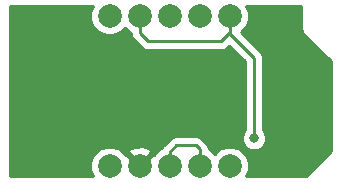
<source format=gbr>
G04 #@! TF.GenerationSoftware,KiCad,Pcbnew,(5.0.0-rc2-dev-444-g2974a2c10)*
G04 #@! TF.CreationDate,2018-10-06T13:39:59-07:00*
G04 #@! TF.ProjectId,2018-08-20 analog Trinket sub,323031382D30382D323020616E616C6F,rev?*
G04 #@! TF.SameCoordinates,Original*
G04 #@! TF.FileFunction,Copper,L2,Bot,Signal*
G04 #@! TF.FilePolarity,Positive*
%FSLAX46Y46*%
G04 Gerber Fmt 4.6, Leading zero omitted, Abs format (unit mm)*
G04 Created by KiCad (PCBNEW (5.0.0-rc2-dev-444-g2974a2c10)) date 10/06/18 13:39:59*
%MOMM*%
%LPD*%
G01*
G04 APERTURE LIST*
%ADD10C,2.000000*%
%ADD11C,0.800000*%
%ADD12C,0.250000*%
%ADD13C,0.254000*%
G04 APERTURE END LIST*
D10*
X223870001Y-56145001D03*
X223870001Y-68845001D03*
X226410001Y-56145001D03*
X226410001Y-68845001D03*
X228950001Y-56145001D03*
X228950001Y-68845001D03*
X231490001Y-56145001D03*
X231490001Y-68845001D03*
X234030001Y-56145001D03*
X234030001Y-68845001D03*
D11*
X234000000Y-59500000D03*
X216000000Y-62500000D03*
X237400000Y-67800000D03*
X227584000Y-62484000D03*
X236100000Y-66500000D03*
D12*
X234030001Y-56145001D02*
X234030001Y-57559214D01*
X231159213Y-67100000D02*
X231490001Y-67430788D01*
X229500002Y-67100000D02*
X231159213Y-67100000D01*
X228950001Y-67650001D02*
X229500002Y-67100000D01*
X228950001Y-68845001D02*
X228950001Y-67650001D01*
X234030001Y-57559214D02*
X234000000Y-57589215D01*
X231490001Y-67430788D02*
X231490001Y-68845001D01*
X236100000Y-59689215D02*
X234000000Y-57589215D01*
X226410001Y-57559214D02*
X226410001Y-56145001D01*
X236100000Y-66500000D02*
X236100000Y-59689215D01*
X227150787Y-58300000D02*
X226410001Y-57559214D01*
X233289215Y-58300000D02*
X227150787Y-58300000D01*
X234000000Y-57589215D02*
X233289215Y-58300000D01*
D13*
G36*
X222235001Y-55819779D02*
X222235001Y-56470223D01*
X222483915Y-57071154D01*
X222943848Y-57531087D01*
X223544779Y-57780001D01*
X224195223Y-57780001D01*
X224796154Y-57531087D01*
X225140001Y-57187240D01*
X225483848Y-57531087D01*
X225642598Y-57596843D01*
X225650001Y-57634061D01*
X225650001Y-57634065D01*
X225694097Y-57855750D01*
X225862072Y-58107143D01*
X225925531Y-58149545D01*
X226560458Y-58784473D01*
X226602858Y-58847929D01*
X226854250Y-59015904D01*
X227075935Y-59060000D01*
X227075939Y-59060000D01*
X227150787Y-59074888D01*
X227225635Y-59060000D01*
X233214368Y-59060000D01*
X233289215Y-59074888D01*
X233364062Y-59060000D01*
X233364067Y-59060000D01*
X233585752Y-59015904D01*
X233837144Y-58847929D01*
X233879546Y-58784470D01*
X234000000Y-58664016D01*
X235340001Y-60004019D01*
X235340000Y-65796289D01*
X235222569Y-65913720D01*
X235065000Y-66294126D01*
X235065000Y-66705874D01*
X235222569Y-67086280D01*
X235513720Y-67377431D01*
X235894126Y-67535000D01*
X236305874Y-67535000D01*
X236686280Y-67377431D01*
X236977431Y-67086280D01*
X237135000Y-66705874D01*
X237135000Y-66294126D01*
X236977431Y-65913720D01*
X236860000Y-65796289D01*
X236860000Y-59764061D01*
X236874888Y-59689214D01*
X236860000Y-59614367D01*
X236860000Y-59614363D01*
X236815904Y-59392678D01*
X236718832Y-59247399D01*
X236690329Y-59204741D01*
X236690327Y-59204739D01*
X236647929Y-59141286D01*
X236584476Y-59098888D01*
X234986414Y-57500827D01*
X235416087Y-57071154D01*
X235665001Y-56470223D01*
X235665001Y-55819779D01*
X235453843Y-55310000D01*
X240090000Y-55310000D01*
X240090001Y-57130071D01*
X240076091Y-57200000D01*
X240131196Y-57477028D01*
X240288120Y-57711881D01*
X240347402Y-57751492D01*
X242590001Y-59994093D01*
X242590000Y-67605908D01*
X240505910Y-69690000D01*
X235449702Y-69690000D01*
X235665001Y-69170223D01*
X235665001Y-68519779D01*
X235416087Y-67918848D01*
X234956154Y-67458915D01*
X234355223Y-67210001D01*
X233704779Y-67210001D01*
X233103848Y-67458915D01*
X232760001Y-67802762D01*
X232416154Y-67458915D01*
X232257404Y-67393159D01*
X232250001Y-67355941D01*
X232250001Y-67355936D01*
X232205905Y-67134251D01*
X232037930Y-66882859D01*
X231974471Y-66840457D01*
X231749544Y-66615530D01*
X231707142Y-66552071D01*
X231455750Y-66384096D01*
X231234065Y-66340000D01*
X231234060Y-66340000D01*
X231159213Y-66325112D01*
X231084366Y-66340000D01*
X229574849Y-66340000D01*
X229500002Y-66325112D01*
X229425155Y-66340000D01*
X229425150Y-66340000D01*
X229203465Y-66384096D01*
X228952073Y-66552071D01*
X228909673Y-66615527D01*
X228465529Y-67059672D01*
X228402073Y-67102072D01*
X228359673Y-67165528D01*
X228359672Y-67165529D01*
X228234098Y-67353464D01*
X228230117Y-67373475D01*
X228023848Y-67458915D01*
X227597690Y-67885073D01*
X227562533Y-67872074D01*
X226589606Y-68845001D01*
X226603749Y-68859144D01*
X226424144Y-69038749D01*
X226410001Y-69024606D01*
X226395859Y-69038749D01*
X226216254Y-68859144D01*
X226230396Y-68845001D01*
X225257469Y-67872074D01*
X225222312Y-67885073D01*
X225029708Y-67692469D01*
X225437074Y-67692469D01*
X226410001Y-68665396D01*
X227382928Y-67692469D01*
X227284265Y-67425614D01*
X226674540Y-67199093D01*
X226024541Y-67223145D01*
X225535737Y-67425614D01*
X225437074Y-67692469D01*
X225029708Y-67692469D01*
X224796154Y-67458915D01*
X224195223Y-67210001D01*
X223544779Y-67210001D01*
X222943848Y-67458915D01*
X222483915Y-67918848D01*
X222235001Y-68519779D01*
X222235001Y-69170223D01*
X222450300Y-69690000D01*
X215410000Y-69690000D01*
X215410000Y-55310000D01*
X222446159Y-55310000D01*
X222235001Y-55819779D01*
X222235001Y-55819779D01*
G37*
X222235001Y-55819779D02*
X222235001Y-56470223D01*
X222483915Y-57071154D01*
X222943848Y-57531087D01*
X223544779Y-57780001D01*
X224195223Y-57780001D01*
X224796154Y-57531087D01*
X225140001Y-57187240D01*
X225483848Y-57531087D01*
X225642598Y-57596843D01*
X225650001Y-57634061D01*
X225650001Y-57634065D01*
X225694097Y-57855750D01*
X225862072Y-58107143D01*
X225925531Y-58149545D01*
X226560458Y-58784473D01*
X226602858Y-58847929D01*
X226854250Y-59015904D01*
X227075935Y-59060000D01*
X227075939Y-59060000D01*
X227150787Y-59074888D01*
X227225635Y-59060000D01*
X233214368Y-59060000D01*
X233289215Y-59074888D01*
X233364062Y-59060000D01*
X233364067Y-59060000D01*
X233585752Y-59015904D01*
X233837144Y-58847929D01*
X233879546Y-58784470D01*
X234000000Y-58664016D01*
X235340001Y-60004019D01*
X235340000Y-65796289D01*
X235222569Y-65913720D01*
X235065000Y-66294126D01*
X235065000Y-66705874D01*
X235222569Y-67086280D01*
X235513720Y-67377431D01*
X235894126Y-67535000D01*
X236305874Y-67535000D01*
X236686280Y-67377431D01*
X236977431Y-67086280D01*
X237135000Y-66705874D01*
X237135000Y-66294126D01*
X236977431Y-65913720D01*
X236860000Y-65796289D01*
X236860000Y-59764061D01*
X236874888Y-59689214D01*
X236860000Y-59614367D01*
X236860000Y-59614363D01*
X236815904Y-59392678D01*
X236718832Y-59247399D01*
X236690329Y-59204741D01*
X236690327Y-59204739D01*
X236647929Y-59141286D01*
X236584476Y-59098888D01*
X234986414Y-57500827D01*
X235416087Y-57071154D01*
X235665001Y-56470223D01*
X235665001Y-55819779D01*
X235453843Y-55310000D01*
X240090000Y-55310000D01*
X240090001Y-57130071D01*
X240076091Y-57200000D01*
X240131196Y-57477028D01*
X240288120Y-57711881D01*
X240347402Y-57751492D01*
X242590001Y-59994093D01*
X242590000Y-67605908D01*
X240505910Y-69690000D01*
X235449702Y-69690000D01*
X235665001Y-69170223D01*
X235665001Y-68519779D01*
X235416087Y-67918848D01*
X234956154Y-67458915D01*
X234355223Y-67210001D01*
X233704779Y-67210001D01*
X233103848Y-67458915D01*
X232760001Y-67802762D01*
X232416154Y-67458915D01*
X232257404Y-67393159D01*
X232250001Y-67355941D01*
X232250001Y-67355936D01*
X232205905Y-67134251D01*
X232037930Y-66882859D01*
X231974471Y-66840457D01*
X231749544Y-66615530D01*
X231707142Y-66552071D01*
X231455750Y-66384096D01*
X231234065Y-66340000D01*
X231234060Y-66340000D01*
X231159213Y-66325112D01*
X231084366Y-66340000D01*
X229574849Y-66340000D01*
X229500002Y-66325112D01*
X229425155Y-66340000D01*
X229425150Y-66340000D01*
X229203465Y-66384096D01*
X228952073Y-66552071D01*
X228909673Y-66615527D01*
X228465529Y-67059672D01*
X228402073Y-67102072D01*
X228359673Y-67165528D01*
X228359672Y-67165529D01*
X228234098Y-67353464D01*
X228230117Y-67373475D01*
X228023848Y-67458915D01*
X227597690Y-67885073D01*
X227562533Y-67872074D01*
X226589606Y-68845001D01*
X226603749Y-68859144D01*
X226424144Y-69038749D01*
X226410001Y-69024606D01*
X226395859Y-69038749D01*
X226216254Y-68859144D01*
X226230396Y-68845001D01*
X225257469Y-67872074D01*
X225222312Y-67885073D01*
X225029708Y-67692469D01*
X225437074Y-67692469D01*
X226410001Y-68665396D01*
X227382928Y-67692469D01*
X227284265Y-67425614D01*
X226674540Y-67199093D01*
X226024541Y-67223145D01*
X225535737Y-67425614D01*
X225437074Y-67692469D01*
X225029708Y-67692469D01*
X224796154Y-67458915D01*
X224195223Y-67210001D01*
X223544779Y-67210001D01*
X222943848Y-67458915D01*
X222483915Y-67918848D01*
X222235001Y-68519779D01*
X222235001Y-69170223D01*
X222450300Y-69690000D01*
X215410000Y-69690000D01*
X215410000Y-55310000D01*
X222446159Y-55310000D01*
X222235001Y-55819779D01*
M02*

</source>
